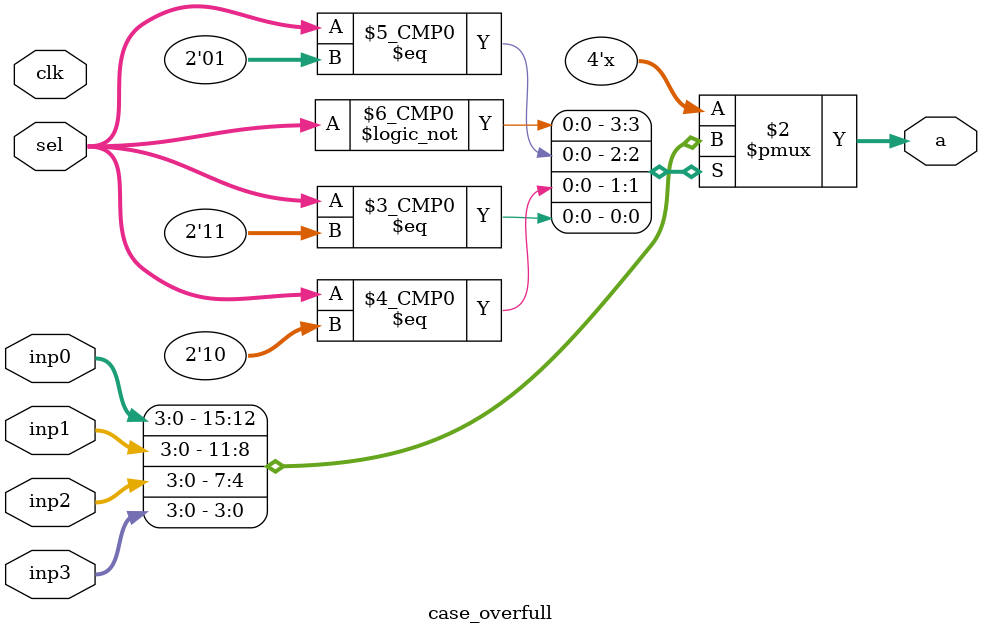
<source format=sv>
module case_overfull(input logic clk,
                     input logic[1:0] sel,
                     input logic[3:0] inp0,
                     input logic[3:0] inp1,
                     input logic[3:0] inp2,
                     input logic[3:0] inp3,
                     output logic[3:0] a);

always_comb
 case (sel)
   2'b00: a = inp0;
   2'b01: a = inp1;
   2'b10: a = inp2;
   2'b11: a = inp3;
   default: a = 'x;
 endcase

endmodule

</source>
